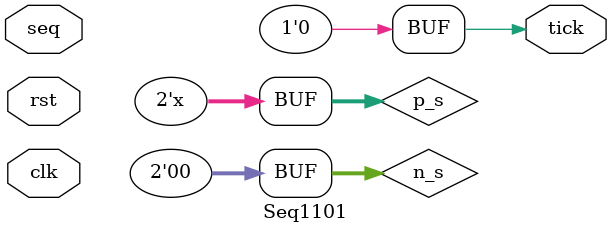
<source format=v>
module Seq1101(
    input wire clk,rst,seq,
    output reg tick
    );
localparam a=2'b00;
localparam b=2'b01;
localparam c=2'b10;
localparam d=2'b11;
reg [1:0] p_s,n_s;
always @ (posedge clk,posedge rst)
begin
   if(rst) p_s=a;
else  p_s=n_s;
end
always @ *
   begin
     p_s=n_s;
     tick=1'b0;
     case(p_s)
       a:if(seq)  n_s=b;
         else n_s=a;
       b:if(seq)  n_s=b;
         else n_s=c;
       c:if(seq)  n_s=d;
         else n_s=a;
       d:if(seq) begin
      n_s=b;  tick=1'b1;
end
         else n_s=c;
       default:begin
         tick=1'b0;   n_s=a;
        end
     endcase
   end  

endmodule

</source>
